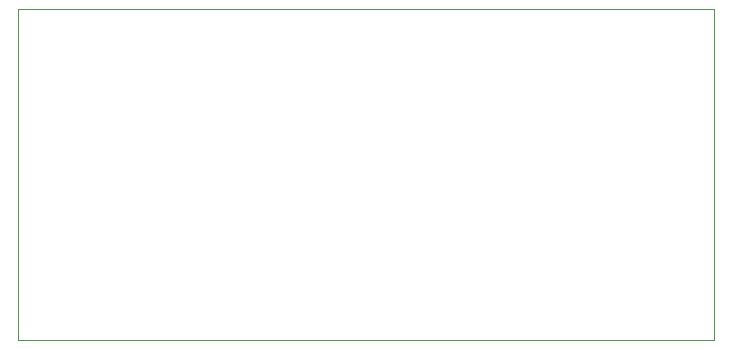
<source format=gbr>
%TF.GenerationSoftware,KiCad,Pcbnew,(6.0.7)*%
%TF.CreationDate,2022-09-01T12:01:24+02:00*%
%TF.ProjectId,bmp2,626d7032-2e6b-4696-9361-645f70636258,rev?*%
%TF.SameCoordinates,Original*%
%TF.FileFunction,Profile,NP*%
%FSLAX46Y46*%
G04 Gerber Fmt 4.6, Leading zero omitted, Abs format (unit mm)*
G04 Created by KiCad (PCBNEW (6.0.7)) date 2022-09-01 12:01:24*
%MOMM*%
%LPD*%
G01*
G04 APERTURE LIST*
%TA.AperFunction,Profile*%
%ADD10C,0.050000*%
%TD*%
G04 APERTURE END LIST*
D10*
X100000000Y-20000000D02*
X158914000Y-20000000D01*
X158914000Y-20000000D02*
X158914000Y-48091000D01*
X158914000Y-48091000D02*
X100000000Y-48091000D01*
X100000000Y-48091000D02*
X100000000Y-20000000D01*
M02*

</source>
